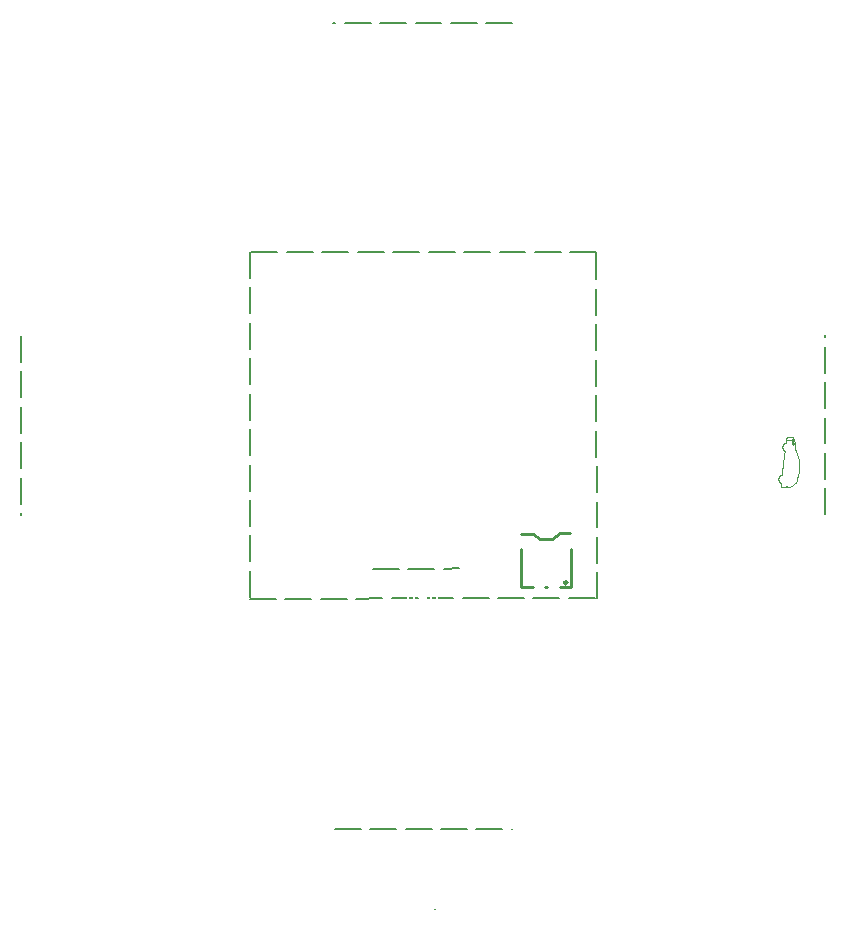
<source format=gto>
G04 #@! TF.GenerationSoftware,KiCad,Pcbnew,9.0.3*
G04 #@! TF.CreationDate,2025-08-05T11:28:11+01:00*
G04 #@! TF.ProjectId,Badge ESC 2025,42616467-6520-4455-9343-20323032352e,rev?*
G04 #@! TF.SameCoordinates,Original*
G04 #@! TF.FileFunction,Legend,Top*
G04 #@! TF.FilePolarity,Positive*
%FSLAX46Y46*%
G04 Gerber Fmt 4.6, Leading zero omitted, Abs format (unit mm)*
G04 Created by KiCad (PCBNEW 9.0.3) date 2025-08-05 11:28:11*
%MOMM*%
%LPD*%
G01*
G04 APERTURE LIST*
G04 Aperture macros list*
%AMRoundRect*
0 Rectangle with rounded corners*
0 $1 Rounding radius*
0 $2 $3 $4 $5 $6 $7 $8 $9 X,Y pos of 4 corners*
0 Add a 4 corners polygon primitive as box body*
4,1,4,$2,$3,$4,$5,$6,$7,$8,$9,$2,$3,0*
0 Add four circle primitives for the rounded corners*
1,1,$1+$1,$2,$3*
1,1,$1+$1,$4,$5*
1,1,$1+$1,$6,$7*
1,1,$1+$1,$8,$9*
0 Add four rect primitives between the rounded corners*
20,1,$1+$1,$2,$3,$4,$5,0*
20,1,$1+$1,$4,$5,$6,$7,0*
20,1,$1+$1,$6,$7,$8,$9,0*
20,1,$1+$1,$8,$9,$2,$3,0*%
G04 Aperture macros list end*
%ADD10C,0.200000*%
%ADD11C,0.100000*%
%ADD12C,0.250000*%
%ADD13O,0.300000X9.600000*%
%ADD14RoundRect,0.300000X-0.000010X0.000010X-0.000010X-0.000010X0.000010X-0.000010X0.000010X0.000010X0*%
%ADD15O,0.250000X2.100000*%
%ADD16O,0.250000X1.900000*%
%ADD17O,0.250000X1.600000*%
%ADD18O,9.600000X0.300000*%
%ADD19R,0.600000X0.850000*%
%ADD20R,0.700000X0.800000*%
%ADD21R,0.450000X0.450000*%
%ADD22C,0.500000*%
%ADD23C,0.900000*%
G04 APERTURE END LIST*
D10*
X170101333Y-103985946D02*
X170099939Y-101785946D01*
X170099432Y-100985947D02*
X170098037Y-98785947D01*
X170097530Y-97985947D02*
X170096136Y-95785948D01*
X170095629Y-94985948D02*
X170094234Y-92785948D01*
X170093727Y-91985948D02*
X170092333Y-89785949D01*
X170091826Y-88985949D02*
X170091734Y-88839754D01*
X121415834Y-111117524D02*
X123615834Y-111116131D01*
X124415833Y-111115624D02*
X126615833Y-111114231D01*
X127415833Y-111113724D02*
X129615832Y-111112331D01*
X130415832Y-111111825D02*
X132615832Y-111110431D01*
X133415832Y-111109925D02*
X135615831Y-111108532D01*
X136415831Y-111108025D02*
X138615831Y-111106632D01*
X139415830Y-111106125D02*
X141615830Y-111104732D01*
X142415830Y-111104225D02*
X144615829Y-111102832D01*
X145415829Y-111102326D02*
X147615829Y-111100932D01*
X148415829Y-111100426D02*
X150615828Y-111099033D01*
X150763502Y-111098939D02*
X150762109Y-108898939D01*
X150761602Y-108098940D02*
X150760209Y-105898940D01*
X150759703Y-105098940D02*
X150758309Y-102898941D01*
X150757803Y-102098941D02*
X150756410Y-99898941D01*
X150755903Y-99098941D02*
X150754510Y-96898942D01*
X150754003Y-96098942D02*
X150752610Y-93898942D01*
X150752104Y-93098943D02*
X150750711Y-90898943D01*
X150750204Y-90098943D02*
X150748811Y-87898944D01*
X150748304Y-87098944D02*
X150746911Y-84898944D01*
X150746405Y-84098944D02*
X150745012Y-81898945D01*
X128586612Y-130610965D02*
X130786612Y-130609572D01*
X131586611Y-130609066D02*
X133786611Y-130607673D01*
X134586611Y-130607166D02*
X136786610Y-130605774D01*
X137586610Y-130605267D02*
X139786610Y-130603874D01*
X140586610Y-130603368D02*
X142786609Y-130601975D01*
X143586609Y-130601469D02*
X143617411Y-130601450D01*
X131815094Y-108580000D02*
X134015092Y-108577104D01*
X134815091Y-108576051D02*
X137015089Y-108573155D01*
X137815089Y-108572101D02*
X139099687Y-108570410D01*
D11*
X166909867Y-97396496D02*
X166912444Y-97396703D01*
X166915009Y-97397050D01*
X166917567Y-97397502D01*
X166922618Y-97398522D01*
X166927527Y-97399495D01*
X166929929Y-97399881D01*
X166932288Y-97400147D01*
X166933729Y-97400352D01*
X166934986Y-97400702D01*
X166936062Y-97401193D01*
X166936961Y-97401804D01*
X166937714Y-97402543D01*
X166938296Y-97403384D01*
X166938769Y-97404330D01*
X166939108Y-97405371D01*
X166939326Y-97406490D01*
X166939471Y-97407702D01*
X166939495Y-97408976D01*
X166939454Y-97410314D01*
X166939199Y-97413117D01*
X166938775Y-97416084D01*
X166937779Y-97422163D01*
X166937405Y-97425153D01*
X166937290Y-97426615D01*
X166937226Y-97428018D01*
X166937241Y-97429382D01*
X166937350Y-97430694D01*
X166937536Y-97431946D01*
X166937860Y-97433117D01*
X166938278Y-97434215D01*
X166938846Y-97435215D01*
X166939542Y-97436118D01*
X166940399Y-97436929D01*
X166946900Y-97442187D01*
X166947809Y-97442827D01*
X166948195Y-97443056D01*
X166948549Y-97443251D01*
X166948886Y-97443383D01*
X166949187Y-97443468D01*
X166949510Y-97443520D01*
X166949817Y-97443523D01*
X166950142Y-97443496D01*
X166950481Y-97443441D01*
X166951246Y-97443209D01*
X166953357Y-97442487D01*
X166954841Y-97442027D01*
X166956691Y-97441549D01*
X166958979Y-97441054D01*
X166960327Y-97440805D01*
X166961791Y-97440572D01*
X166964100Y-97440174D01*
X166966434Y-97439656D01*
X166968824Y-97439037D01*
X166971247Y-97438335D01*
X166973676Y-97437544D01*
X166976130Y-97436707D01*
X166981062Y-97434853D01*
X166999813Y-97427175D01*
X167004740Y-97425091D01*
X167010683Y-97422347D01*
X167024335Y-97415986D01*
X167031374Y-97412871D01*
X167034807Y-97411445D01*
X167038124Y-97410161D01*
X167041285Y-97409049D01*
X167044247Y-97408121D01*
X167046965Y-97407434D01*
X167049416Y-97407013D01*
X167056794Y-97405999D01*
X167063895Y-97404852D01*
X167070801Y-97403692D01*
X167077621Y-97402654D01*
X167081007Y-97402220D01*
X167084426Y-97401845D01*
X167087860Y-97401571D01*
X167091322Y-97401407D01*
X167094855Y-97401356D01*
X167098415Y-97401442D01*
X167102072Y-97401681D01*
X167105801Y-97402069D01*
X167141168Y-97406072D01*
X167150587Y-97407246D01*
X167159739Y-97408533D01*
X167168375Y-97409993D01*
X167176267Y-97411650D01*
X167178414Y-97412202D01*
X167180393Y-97412795D01*
X167182202Y-97413424D01*
X167183879Y-97414075D01*
X167185420Y-97414774D01*
X167186837Y-97415495D01*
X167188127Y-97416251D01*
X167189332Y-97417015D01*
X167190430Y-97417814D01*
X167191456Y-97418639D01*
X167192419Y-97419493D01*
X167193314Y-97420339D01*
X167194981Y-97422108D01*
X167196552Y-97423907D01*
X167198119Y-97425753D01*
X167199758Y-97427595D01*
X167201573Y-97429450D01*
X167202557Y-97430363D01*
X167203644Y-97431275D01*
X167204811Y-97432162D01*
X167206063Y-97433063D01*
X167207431Y-97433925D01*
X167208920Y-97434792D01*
X167210550Y-97435626D01*
X167212307Y-97436443D01*
X167214221Y-97437245D01*
X167216302Y-97438013D01*
X167220962Y-97439543D01*
X167226189Y-97441084D01*
X167237996Y-97444150D01*
X167251029Y-97447146D01*
X167264604Y-97449966D01*
X167290550Y-97454871D01*
X167310261Y-97458234D01*
X167311433Y-97458369D01*
X167312626Y-97458436D01*
X167313823Y-97458430D01*
X167315031Y-97458350D01*
X167316261Y-97458193D01*
X167317513Y-97457993D01*
X167320022Y-97457434D01*
X167322589Y-97456718D01*
X167325165Y-97455888D01*
X167328662Y-97454644D01*
X167330351Y-97454061D01*
X167332944Y-97453158D01*
X167335508Y-97452344D01*
X167338051Y-97451638D01*
X167340564Y-97451099D01*
X167341798Y-97450900D01*
X167343019Y-97450777D01*
X167344227Y-97450710D01*
X167345422Y-97450709D01*
X167346594Y-97450794D01*
X167347747Y-97450964D01*
X167348891Y-97451210D01*
X167349990Y-97451554D01*
X167351120Y-97452018D01*
X167352268Y-97452527D01*
X167354645Y-97453851D01*
X167357116Y-97455460D01*
X167359614Y-97457336D01*
X167362188Y-97459432D01*
X167364755Y-97461708D01*
X167367322Y-97464140D01*
X167369860Y-97466673D01*
X167372338Y-97469279D01*
X167374737Y-97471933D01*
X167377029Y-97474572D01*
X167379207Y-97477159D01*
X167383078Y-97482079D01*
X167384737Y-97484317D01*
X167386170Y-97486362D01*
X167391428Y-97494263D01*
X167397287Y-97503345D01*
X167403583Y-97513342D01*
X167410145Y-97524024D01*
X167416807Y-97535105D01*
X167423404Y-97546348D01*
X167429765Y-97557479D01*
X167435728Y-97568259D01*
X167449373Y-97593268D01*
X167456010Y-97605666D01*
X167462500Y-97618198D01*
X167468797Y-97630990D01*
X167474844Y-97644172D01*
X167477786Y-97650945D01*
X167480654Y-97657876D01*
X167483447Y-97664977D01*
X167486170Y-97672240D01*
X167488784Y-97679714D01*
X167491234Y-97687379D01*
X167495806Y-97703202D01*
X167499991Y-97719535D01*
X167503900Y-97736248D01*
X167511353Y-97770133D01*
X167515153Y-97787000D01*
X167519137Y-97803609D01*
X167523377Y-97820002D01*
X167527779Y-97836362D01*
X167536680Y-97869051D01*
X167540996Y-97885438D01*
X167545058Y-97901869D01*
X167548801Y-97918378D01*
X167552107Y-97934970D01*
X167556290Y-97959750D01*
X167559807Y-97984637D01*
X167562833Y-98009606D01*
X167565509Y-98034616D01*
X167570417Y-98084715D01*
X167575724Y-98134748D01*
X167578945Y-98159695D01*
X167582563Y-98184623D01*
X167590004Y-98234463D01*
X167593377Y-98259400D01*
X167596203Y-98284390D01*
X167598282Y-98309426D01*
X167598945Y-98321952D01*
X167599353Y-98334525D01*
X167599127Y-98354783D01*
X167597944Y-98377865D01*
X167596117Y-98402064D01*
X167593937Y-98425680D01*
X167589756Y-98464377D01*
X167587809Y-98480292D01*
X167588333Y-98485211D01*
X167589603Y-98491093D01*
X167594359Y-98506035D01*
X167601932Y-98525627D01*
X167612216Y-98550346D01*
X167640226Y-98617168D01*
X167657679Y-98660254D01*
X167677261Y-98710441D01*
X167698790Y-98768234D01*
X167722131Y-98834123D01*
X167747157Y-98908592D01*
X167773699Y-98992149D01*
X167801625Y-99085277D01*
X167830797Y-99188468D01*
X167861065Y-99302217D01*
X167876570Y-99363196D01*
X167892282Y-99427013D01*
X167893709Y-99439278D01*
X167895212Y-99454036D01*
X167897008Y-99474033D01*
X167898883Y-99498889D01*
X167900674Y-99528225D01*
X167901476Y-99544456D01*
X167902183Y-99561659D01*
X167902769Y-99579799D01*
X167903213Y-99598816D01*
X167905725Y-99698082D01*
X167907115Y-99755653D01*
X167908273Y-99823731D01*
X167866924Y-100274424D01*
X167810627Y-100726168D01*
X167758067Y-100928939D01*
X167705500Y-101131692D01*
X167677002Y-101219817D01*
X167653647Y-101303123D01*
X167603245Y-101303245D01*
X167583251Y-101323726D01*
X167282630Y-101556383D01*
X167217678Y-101602517D01*
X167238616Y-101584632D01*
X167199483Y-101616432D01*
X167160344Y-101648238D01*
X167088659Y-101655885D01*
X167018384Y-101646971D01*
X166931240Y-101636270D01*
X166826926Y-101623792D01*
X166824035Y-101664621D01*
X166801311Y-101685983D01*
X166799587Y-101694466D01*
X166760743Y-101690318D01*
X166757537Y-101673333D01*
X166598664Y-101662724D01*
X166592150Y-101678584D01*
X166572958Y-101681301D01*
X166565513Y-101680632D01*
X166557459Y-101679784D01*
X166547585Y-101678564D01*
X166536725Y-101676987D01*
X166531196Y-101676049D01*
X166525702Y-101675011D01*
X166520381Y-101673878D01*
X166515311Y-101672661D01*
X166510635Y-101671330D01*
X166506411Y-101669902D01*
X166504482Y-101669120D01*
X166502606Y-101668242D01*
X166500769Y-101667278D01*
X166498974Y-101666250D01*
X166497196Y-101665162D01*
X166495437Y-101664019D01*
X166491984Y-101661652D01*
X166488563Y-101659221D01*
X166485108Y-101656841D01*
X166483352Y-101655683D01*
X166481580Y-101654576D01*
X166479785Y-101653526D01*
X166477939Y-101652546D01*
X166475102Y-101651262D01*
X166470675Y-101649432D01*
X166465142Y-101647274D01*
X166458971Y-101644965D01*
X166452664Y-101642691D01*
X166446681Y-101640681D01*
X166441509Y-101639108D01*
X166439393Y-101638526D01*
X166437645Y-101638144D01*
X166427682Y-101636123D01*
X166415194Y-101633407D01*
X166400000Y-101630000D01*
X166410238Y-101555865D01*
X166370145Y-101496806D01*
X166341653Y-101366602D01*
X166344983Y-101339264D01*
X166346032Y-101336154D01*
X166347026Y-101332818D01*
X166347545Y-101330848D01*
X166348054Y-101328722D01*
X166348509Y-101326509D01*
X166348895Y-101324251D01*
X166349188Y-101321969D01*
X166349365Y-101319732D01*
X166349388Y-101318624D01*
X166349392Y-101317544D01*
X166349324Y-101316513D01*
X166349235Y-101315499D01*
X166349086Y-101314521D01*
X166348873Y-101313601D01*
X166348618Y-101312735D01*
X166348296Y-101311917D01*
X166347638Y-101310548D01*
X166346920Y-101309204D01*
X166346172Y-101307944D01*
X166345377Y-101306731D01*
X166344542Y-101305570D01*
X166343668Y-101304463D01*
X166342746Y-101303405D01*
X166341785Y-101302375D01*
X166340808Y-101301389D01*
X166339776Y-101300448D01*
X166337639Y-101298651D01*
X166335408Y-101296969D01*
X166333068Y-101295371D01*
X166330654Y-101293840D01*
X166328177Y-101292353D01*
X166323073Y-101289434D01*
X166317885Y-101286394D01*
X166315305Y-101284788D01*
X166312725Y-101283079D01*
X166290252Y-101267955D01*
X166284508Y-101263906D01*
X166278990Y-101259761D01*
X166276334Y-101257655D01*
X166273782Y-101255540D01*
X166271345Y-101253413D01*
X166269045Y-101251272D01*
X166255625Y-101238468D01*
X166248922Y-101232011D01*
X166242296Y-101225460D01*
X166235802Y-101218787D01*
X166229509Y-101211955D01*
X166226454Y-101208465D01*
X166223478Y-101204931D01*
X166220574Y-101201338D01*
X166217766Y-101197666D01*
X166206897Y-101183040D01*
X166201645Y-101175737D01*
X166196558Y-101168386D01*
X166191638Y-101160921D01*
X166189268Y-101157129D01*
X166186928Y-101153293D01*
X166184666Y-101149403D01*
X166182459Y-101145443D01*
X166180317Y-101141431D01*
X166178234Y-101137327D01*
X166176553Y-101133683D01*
X166175015Y-101129984D01*
X166173623Y-101126227D01*
X166172341Y-101122427D01*
X166171181Y-101118592D01*
X166170110Y-101114713D01*
X166168182Y-101106869D01*
X166164716Y-101091050D01*
X166162911Y-101083170D01*
X166160889Y-101075355D01*
X166158858Y-101067608D01*
X166157054Y-101059820D01*
X166155488Y-101052016D01*
X166154135Y-101044177D01*
X166152962Y-101036298D01*
X166151993Y-101028376D01*
X166151166Y-101020424D01*
X166150487Y-101012435D01*
X166149921Y-101002853D01*
X166149624Y-100993368D01*
X166149599Y-100983940D01*
X166149832Y-100974529D01*
X166150295Y-100965146D01*
X166150989Y-100955726D01*
X166151871Y-100946264D01*
X166152962Y-100936734D01*
X166154411Y-100926679D01*
X166156393Y-100915890D01*
X166158795Y-100904621D01*
X166161548Y-100893139D01*
X166164566Y-100881741D01*
X166167795Y-100870664D01*
X166171103Y-100860206D01*
X166174461Y-100850617D01*
X166176533Y-100845217D01*
X166178645Y-100840144D01*
X166180771Y-100835366D01*
X166182960Y-100830831D01*
X166185184Y-100826510D01*
X166187470Y-100822360D01*
X166189824Y-100818333D01*
X166192245Y-100814376D01*
X166197315Y-100806561D01*
X166202761Y-100798545D01*
X166208601Y-100790010D01*
X166214922Y-100780630D01*
X166218245Y-100775763D01*
X166221646Y-100771078D01*
X166225133Y-100766581D01*
X166228713Y-100762221D01*
X166232368Y-100758002D01*
X166236092Y-100753891D01*
X166239895Y-100749880D01*
X166243781Y-100745970D01*
X166251774Y-100738314D01*
X166260063Y-100730804D01*
X166277543Y-100715634D01*
X166281769Y-100712147D01*
X166286061Y-100708828D01*
X166290419Y-100705696D01*
X166294836Y-100702720D01*
X166299318Y-100699888D01*
X166303849Y-100697183D01*
X166308449Y-100694599D01*
X166313094Y-100692097D01*
X166322543Y-100687332D01*
X166332191Y-100682746D01*
X166351941Y-100673666D01*
X166372492Y-100664375D01*
X166382873Y-100659489D01*
X166387995Y-100656932D01*
X166393044Y-100654274D01*
X166397997Y-100651473D01*
X166402831Y-100648547D01*
X166407510Y-100645445D01*
X166412015Y-100642167D01*
X166416327Y-100638681D01*
X166420417Y-100634999D01*
X166424274Y-100631061D01*
X166427851Y-100626862D01*
X166430141Y-100623743D01*
X166432299Y-100620287D01*
X166436157Y-100612636D01*
X166439530Y-100604091D01*
X166442396Y-100594874D01*
X166444811Y-100585184D01*
X166446826Y-100575245D01*
X166448469Y-100565248D01*
X166449784Y-100555431D01*
X166451546Y-100537105D01*
X166452451Y-100521939D01*
X166452793Y-100507796D01*
X166477740Y-100388713D01*
X166564475Y-99681616D01*
X166651218Y-98974532D01*
X166662632Y-98798217D01*
X166677503Y-98708167D01*
X166687026Y-98644967D01*
X166689663Y-98623240D01*
X166690108Y-98616635D01*
X166689872Y-98613551D01*
X166689126Y-98612334D01*
X166688208Y-98611022D01*
X166685886Y-98608214D01*
X166682958Y-98605123D01*
X166679505Y-98601809D01*
X166675597Y-98598283D01*
X166671280Y-98594588D01*
X166661747Y-98586797D01*
X166640968Y-98570466D01*
X166630831Y-98562422D01*
X166621583Y-98554780D01*
X166603866Y-98539752D01*
X166594870Y-98531946D01*
X166586003Y-98523933D01*
X166577383Y-98515665D01*
X166573246Y-98511428D01*
X166569221Y-98507109D01*
X166565351Y-98502745D01*
X166561643Y-98498278D01*
X166558112Y-98493738D01*
X166554804Y-98489121D01*
X166548340Y-98479673D01*
X166542298Y-98470633D01*
X166536639Y-98461772D01*
X166533944Y-98457369D01*
X166531339Y-98452938D01*
X166528822Y-98448463D01*
X166526373Y-98443919D01*
X166524030Y-98439298D01*
X166521751Y-98434554D01*
X166519552Y-98429667D01*
X166517422Y-98424641D01*
X166515355Y-98419416D01*
X166513357Y-98413971D01*
X166509527Y-98402930D01*
X166505916Y-98391996D01*
X166502559Y-98381082D01*
X166499487Y-98370143D01*
X166496771Y-98359126D01*
X166494416Y-98347969D01*
X166493404Y-98342334D01*
X166492474Y-98336641D01*
X166491690Y-98330896D01*
X166491010Y-98325082D01*
X166490476Y-98320347D01*
X166489959Y-98316166D01*
X166488972Y-98309096D01*
X166488090Y-98303255D01*
X166487389Y-98298027D01*
X166487119Y-98295462D01*
X166486910Y-98292799D01*
X166486766Y-98289995D01*
X166486699Y-98286953D01*
X166486718Y-98283604D01*
X166486836Y-98279871D01*
X166487036Y-98275661D01*
X166487341Y-98270922D01*
X166489202Y-98245386D01*
X166490720Y-98235192D01*
X166492648Y-98224699D01*
X166494918Y-98214013D01*
X166497509Y-98203268D01*
X166500310Y-98192584D01*
X166503328Y-98182084D01*
X166506485Y-98171865D01*
X166509714Y-98162084D01*
X166512347Y-98154843D01*
X166515251Y-98147541D01*
X166518392Y-98140254D01*
X166521758Y-98132985D01*
X166525294Y-98125817D01*
X166528957Y-98118751D01*
X166532733Y-98111862D01*
X166536557Y-98105189D01*
X166538476Y-98101982D01*
X166540411Y-98098924D01*
X166542333Y-98096008D01*
X166544269Y-98093206D01*
X166546214Y-98090501D01*
X166548203Y-98087883D01*
X166552217Y-98082798D01*
X166556378Y-98077802D01*
X166560721Y-98072776D01*
X166570085Y-98061981D01*
X166575906Y-98055313D01*
X166581462Y-98049200D01*
X166586884Y-98043519D01*
X166592300Y-98038123D01*
X166597868Y-98032880D01*
X166603712Y-98027637D01*
X166609972Y-98022265D01*
X166616806Y-98016612D01*
X166620353Y-98013813D01*
X166623875Y-98011209D01*
X166627365Y-98008788D01*
X166630834Y-98006510D01*
X166634297Y-98004373D01*
X166637757Y-98002347D01*
X166644716Y-97998519D01*
X166659035Y-97991154D01*
X166666526Y-97987220D01*
X166670376Y-97985125D01*
X166674331Y-97982893D01*
X166679493Y-97979953D01*
X166684815Y-97976995D01*
X166690267Y-97974068D01*
X166695794Y-97971207D01*
X166701385Y-97968445D01*
X166706981Y-97965847D01*
X166712559Y-97963417D01*
X166718079Y-97961237D01*
X166723640Y-97959090D01*
X166729317Y-97956723D01*
X166732136Y-97955452D01*
X166734942Y-97954111D01*
X166737701Y-97952689D01*
X166740410Y-97951175D01*
X166743038Y-97949575D01*
X166745565Y-97947874D01*
X166747994Y-97946074D01*
X166750290Y-97944150D01*
X166752435Y-97942120D01*
X166754416Y-97939959D01*
X166756226Y-97937655D01*
X166757062Y-97936461D01*
X166757853Y-97935231D01*
X166759765Y-97930932D01*
X166761772Y-97924498D01*
X166763812Y-97916129D01*
X166765926Y-97906074D01*
X166770253Y-97881726D01*
X166774722Y-97853262D01*
X166783811Y-97790982D01*
X166788322Y-97760717D01*
X166792756Y-97733428D01*
X166795855Y-97716784D01*
X167283151Y-97716784D01*
X167283181Y-97718933D01*
X167283271Y-97720968D01*
X167283558Y-97724836D01*
X167283937Y-97728701D01*
X167284296Y-97732911D01*
X167284443Y-97735251D01*
X167284555Y-97737790D01*
X167284596Y-97740581D01*
X167284592Y-97743673D01*
X167284561Y-97750702D01*
X167284703Y-97757718D01*
X167285403Y-97771746D01*
X167286571Y-97785756D01*
X167288025Y-97799767D01*
X167291361Y-97827756D01*
X167292939Y-97841751D01*
X167294326Y-97855751D01*
X167295252Y-97869821D01*
X167295790Y-97883959D01*
X167296624Y-97912266D01*
X167297394Y-97926362D01*
X167297977Y-97933361D01*
X167298739Y-97940347D01*
X167299690Y-97947290D01*
X167300875Y-97954193D01*
X167302314Y-97961051D01*
X167304049Y-97967846D01*
X167304756Y-97970623D01*
X167305378Y-97973504D01*
X167306434Y-97979550D01*
X167308241Y-97992165D01*
X167309252Y-97998486D01*
X167309846Y-98001583D01*
X167310521Y-98004614D01*
X167311301Y-98007578D01*
X167312183Y-98010425D01*
X167313199Y-98013156D01*
X167314377Y-98015753D01*
X167317267Y-98021343D01*
X167320901Y-98027774D01*
X167325080Y-98034699D01*
X167327342Y-98038230D01*
X167329693Y-98041742D01*
X167332103Y-98045204D01*
X167334558Y-98048560D01*
X167337044Y-98051782D01*
X167339540Y-98054806D01*
X167342011Y-98057594D01*
X167344473Y-98060118D01*
X167346872Y-98062319D01*
X167349214Y-98064130D01*
X167350907Y-98065261D01*
X167352704Y-98066261D01*
X167354587Y-98067172D01*
X167356567Y-98067995D01*
X167358592Y-98068740D01*
X167360685Y-98069414D01*
X167362839Y-98070001D01*
X167365008Y-98070528D01*
X167367206Y-98071007D01*
X167369418Y-98071444D01*
X167373820Y-98072157D01*
X167378120Y-98072741D01*
X167382228Y-98073258D01*
X167383214Y-98073348D01*
X167384176Y-98073396D01*
X167385102Y-98073390D01*
X167386013Y-98073340D01*
X167386911Y-98073238D01*
X167387787Y-98073099D01*
X167388629Y-98072920D01*
X167389475Y-98072690D01*
X167390294Y-98072442D01*
X167391104Y-98072161D01*
X167392686Y-98071472D01*
X167394217Y-98070692D01*
X167395752Y-98069817D01*
X167397257Y-98068861D01*
X167398770Y-98067857D01*
X167401815Y-98065753D01*
X167403387Y-98064685D01*
X167404989Y-98063637D01*
X167406659Y-98062623D01*
X167408394Y-98061655D01*
X167409457Y-98061064D01*
X167410478Y-98060420D01*
X167411478Y-98059714D01*
X167412448Y-98058952D01*
X167413401Y-98058134D01*
X167414333Y-98057292D01*
X167416121Y-98055432D01*
X167417834Y-98053415D01*
X167419460Y-98051280D01*
X167421025Y-98049033D01*
X167422525Y-98046692D01*
X167423954Y-98044291D01*
X167425313Y-98041851D01*
X167427896Y-98036953D01*
X167432577Y-98027696D01*
X167433645Y-98025521D01*
X167434639Y-98023264D01*
X167435555Y-98020938D01*
X167436419Y-98018540D01*
X167437200Y-98016103D01*
X167437946Y-98013616D01*
X167438616Y-98011096D01*
X167439264Y-98008533D01*
X167440384Y-98003397D01*
X167441360Y-97998291D01*
X167442185Y-97993270D01*
X167442943Y-97988417D01*
X167443465Y-97984272D01*
X167443816Y-97980122D01*
X167443999Y-97975966D01*
X167444046Y-97971794D01*
X167443944Y-97967622D01*
X167443712Y-97963465D01*
X167443365Y-97959292D01*
X167442932Y-97955114D01*
X167441803Y-97946778D01*
X167440446Y-97938462D01*
X167437414Y-97921924D01*
X167436590Y-97917804D01*
X167435668Y-97913704D01*
X167434630Y-97909606D01*
X167433521Y-97905511D01*
X167431093Y-97897357D01*
X167428492Y-97889212D01*
X167423257Y-97872952D01*
X167420850Y-97864828D01*
X167419734Y-97860766D01*
X167418707Y-97856698D01*
X167416840Y-97849313D01*
X167414811Y-97841954D01*
X167412665Y-97834649D01*
X167410427Y-97827362D01*
X167405830Y-97812811D01*
X167401345Y-97798238D01*
X167399275Y-97790889D01*
X167397353Y-97783494D01*
X167393588Y-97768665D01*
X167391572Y-97761305D01*
X167389360Y-97754016D01*
X167388151Y-97750412D01*
X167386860Y-97746823D01*
X167385478Y-97743283D01*
X167383994Y-97739774D01*
X167378119Y-97726741D01*
X167375013Y-97720102D01*
X167371819Y-97713470D01*
X167368522Y-97706891D01*
X167365122Y-97700421D01*
X167361631Y-97694105D01*
X167358063Y-97688003D01*
X167354214Y-97681753D01*
X167350028Y-97675116D01*
X167341339Y-97661694D01*
X167333362Y-97649788D01*
X167330080Y-97645039D01*
X167327515Y-97641449D01*
X167325954Y-97639401D01*
X167323804Y-97636748D01*
X167321225Y-97633777D01*
X167319834Y-97632223D01*
X167318395Y-97630688D01*
X167316944Y-97629203D01*
X167315491Y-97627794D01*
X167314072Y-97626490D01*
X167312680Y-97625332D01*
X167311355Y-97624343D01*
X167310728Y-97623932D01*
X167310124Y-97623572D01*
X167309550Y-97623278D01*
X167309005Y-97623033D01*
X167308496Y-97622870D01*
X167308012Y-97622781D01*
X167307543Y-97622772D01*
X167307056Y-97622838D01*
X167306527Y-97623002D01*
X167305988Y-97623232D01*
X167305422Y-97623534D01*
X167304845Y-97623902D01*
X167304257Y-97624336D01*
X167303659Y-97624826D01*
X167302426Y-97625947D01*
X167301167Y-97627247D01*
X167299917Y-97628681D01*
X167298668Y-97630206D01*
X167297450Y-97631807D01*
X167296291Y-97633408D01*
X167295182Y-97634996D01*
X167294149Y-97636520D01*
X167292394Y-97639258D01*
X167291179Y-97641310D01*
X167290516Y-97642638D01*
X167289926Y-97644212D01*
X167289417Y-97645977D01*
X167288945Y-97647946D01*
X167288528Y-97650075D01*
X167288159Y-97652400D01*
X167287496Y-97657479D01*
X167285062Y-97681658D01*
X167283854Y-97706093D01*
X167283527Y-97709152D01*
X167283326Y-97711931D01*
X167283187Y-97714452D01*
X167283151Y-97716784D01*
X166795855Y-97716784D01*
X166797388Y-97708554D01*
X166802502Y-97684266D01*
X166808087Y-97660388D01*
X166814068Y-97636763D01*
X166820431Y-97613231D01*
X166827107Y-97589619D01*
X166841281Y-97541485D01*
X166851897Y-97503521D01*
X166854740Y-97493861D01*
X166857776Y-97484361D01*
X166861042Y-97475136D01*
X166862784Y-97470670D01*
X166864599Y-97466295D01*
X166865605Y-97463649D01*
X166866638Y-97460426D01*
X166868787Y-97452609D01*
X166871218Y-97443482D01*
X166874026Y-97433725D01*
X166875607Y-97428806D01*
X166877333Y-97423988D01*
X166879230Y-97419336D01*
X166881301Y-97414942D01*
X166883555Y-97410886D01*
X166884764Y-97409012D01*
X166886033Y-97407234D01*
X166887345Y-97405607D01*
X166888726Y-97404105D01*
X166890154Y-97402748D01*
X166891662Y-97401560D01*
X166892941Y-97400678D01*
X166894227Y-97399871D01*
X166895543Y-97399186D01*
X166896832Y-97398575D01*
X166898136Y-97398049D01*
X166899438Y-97397618D01*
X166900737Y-97397248D01*
X166902051Y-97396957D01*
X166903347Y-97396739D01*
X166904659Y-97396582D01*
X166907259Y-97396429D01*
X166909867Y-97396496D01*
D10*
X102059423Y-88882821D02*
X102060816Y-91082821D01*
X102061322Y-91882820D02*
X102062715Y-94082820D01*
X102063222Y-94882820D02*
X102064615Y-97082819D01*
X102065121Y-97882819D02*
X102066514Y-100082819D01*
X102067021Y-100882819D02*
X102068414Y-103082818D01*
X102068920Y-103882818D02*
X102069012Y-104029039D01*
X143631943Y-62413443D02*
X141431943Y-62414835D01*
X140631944Y-62415341D02*
X138431944Y-62416733D01*
X137631944Y-62417240D02*
X135431945Y-62418632D01*
X134631945Y-62419138D02*
X132431945Y-62420530D01*
X131631945Y-62421036D02*
X129431946Y-62422428D01*
X128631946Y-62422934D02*
X128485732Y-62423026D01*
X121397240Y-81769849D02*
X121398634Y-83969849D01*
X121399141Y-84769848D02*
X121400535Y-86969848D01*
X121401041Y-87769848D02*
X121402435Y-89969847D01*
X121402942Y-90769847D02*
X121404336Y-92969847D01*
X121404843Y-93769847D02*
X121406237Y-95969846D01*
X121406744Y-96769846D02*
X121408138Y-98969846D01*
X121408644Y-99769845D02*
X121410038Y-101969845D01*
X121410545Y-102769845D02*
X121411939Y-104969844D01*
X121412446Y-105769844D02*
X121413840Y-107969844D01*
X121414347Y-108769844D02*
X121415740Y-110969843D01*
X150744918Y-81751260D02*
X148544918Y-81752653D01*
X147744919Y-81753160D02*
X145544919Y-81754554D01*
X144744919Y-81755060D02*
X142544920Y-81756454D01*
X141744920Y-81756961D02*
X139544920Y-81758354D01*
X138744920Y-81758861D02*
X136544921Y-81760254D01*
X135744921Y-81760761D02*
X133544921Y-81762155D01*
X132744922Y-81762661D02*
X130544922Y-81764055D01*
X129744922Y-81764562D02*
X127544923Y-81765955D01*
X126744923Y-81766462D02*
X124544923Y-81767855D01*
X123744923Y-81768362D02*
X121544924Y-81769755D01*
D12*
G04 #@! TO.C,CN1*
X144405000Y-105609000D02*
X145365000Y-105609000D01*
X144405000Y-107619000D02*
X144405000Y-106879000D01*
X144405000Y-107619000D02*
X144405000Y-110159000D01*
X145365000Y-105609000D02*
X145384999Y-105609000D01*
X145375000Y-110159000D02*
X144475000Y-110159000D01*
X145384999Y-105609000D02*
X145995000Y-106099000D01*
X145995000Y-106099000D02*
X146885000Y-106099000D01*
X146575000Y-110159000D02*
X146435000Y-110159000D01*
X146885000Y-106099000D02*
X147015000Y-106099000D01*
X147015000Y-106099000D02*
X147645000Y-105589000D01*
X147645000Y-105589000D02*
X148535000Y-105589000D01*
X148605000Y-107619000D02*
X148605000Y-106879000D01*
X148605000Y-107619000D02*
X148605000Y-110159000D01*
X148605000Y-110159000D02*
X147635000Y-110159000D01*
X148285000Y-109779000D02*
G75*
G02*
X148025000Y-109779000I-130000J0D01*
G01*
X148025000Y-109779000D02*
G75*
G02*
X148285000Y-109779000I130000J0D01*
G01*
D11*
G04 #@! TO.C,LED43*
X137100000Y-137450000D02*
G75*
G02*
X137000000Y-137450000I-50000J0D01*
G01*
X137000000Y-137450000D02*
G75*
G02*
X137100000Y-137450000I50000J0D01*
G01*
G04 #@! TD*
%LPC*%
D13*
G04 #@! TO.C,TP7*
X142770000Y-138680000D03*
G04 #@! TD*
D14*
G04 #@! TO.C,NT1*
X122700000Y-93390000D03*
G04 #@! TD*
D15*
G04 #@! TO.C,USB2*
X133283998Y-106550001D03*
D16*
X134784000Y-106450000D03*
D17*
X135284000Y-106300002D03*
X135784003Y-106300000D03*
X136284001Y-106300000D03*
X136783997Y-106300002D03*
D16*
X137284000Y-106450000D03*
D15*
X138783999Y-106550001D03*
X138784009Y-110600000D03*
D16*
X137284009Y-110700000D03*
D17*
X136784009Y-110850000D03*
X136284009Y-110850000D03*
X135784009Y-110850000D03*
X135284009Y-110850000D03*
D16*
X134784009Y-110700000D03*
D15*
X133284009Y-110600000D03*
G04 #@! TD*
D13*
G04 #@! TO.C,TP8*
X129450000Y-138830000D03*
G04 #@! TD*
D18*
G04 #@! TO.C,TP6*
X136310000Y-145450000D03*
G04 #@! TD*
D19*
G04 #@! TO.C,CN1*
X147105000Y-110019000D03*
X145905000Y-110019000D03*
D20*
X148255000Y-106239000D03*
X144755000Y-106239000D03*
G04 #@! TD*
D21*
G04 #@! TO.C,LED43*
X136620000Y-137880000D03*
X136620000Y-138720000D03*
X135780000Y-137880000D03*
X135780000Y-138720000D03*
G04 #@! TD*
D22*
G04 #@! TO.C,U5*
X143007067Y-86758488D03*
G04 #@! TD*
D23*
G04 #@! TO.C,SW1*
X148850000Y-94200000D03*
X148850000Y-97200000D03*
G04 #@! TD*
%LPD*%
M02*

</source>
